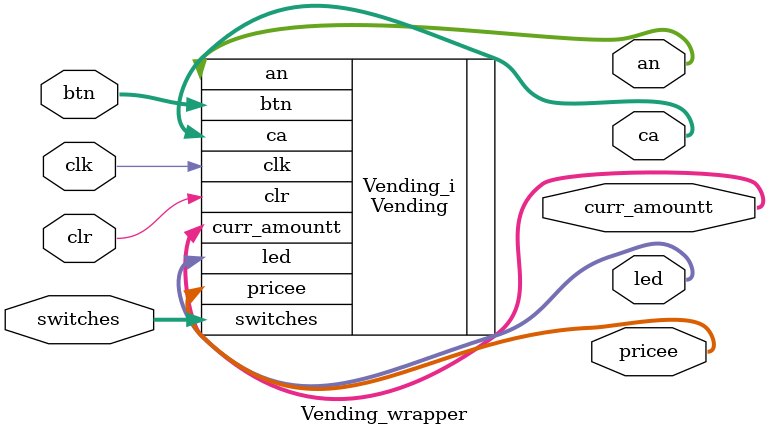
<source format=v>
`timescale 1 ps / 1 ps

module Vending_wrapper
   (an,
    btn,
    ca,
    clk,
    clr,
    curr_amountt,
    led,
    pricee,
    switches);
  output [3:0]an;
  input [2:0]btn;
  output [6:0]ca;
  input clk;
  input clr;
  output [7:0]curr_amountt;
  output [3:0]led;
  output [7:0]pricee;
  input [3:0]switches;

  wire [3:0]an;
  wire [2:0]btn;
  wire [6:0]ca;
  wire clk;
  wire clr;
  wire [7:0]curr_amountt;
  wire [3:0]led;
  wire [7:0]pricee;
  wire [3:0]switches;

  Vending Vending_i
       (.an(an),
        .btn(btn),
        .ca(ca),
        .clk(clk),
        .clr(clr),
        .curr_amountt(curr_amountt),
        .led(led),
        .pricee(pricee),
        .switches(switches));
endmodule

</source>
